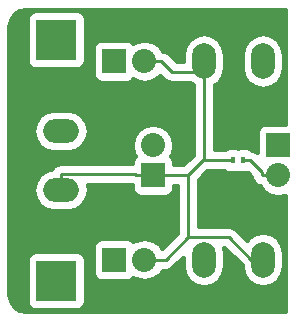
<source format=gtl>
%FSLAX34Y34*%
G04 Gerber Fmt 3.4, Leading zero omitted, Abs format*
G04 (created by PCBNEW (2014-03-19 BZR 4756)-product) date Sun 06 Jul 2014 23:01:42 BST*
%MOIN*%
G01*
G70*
G90*
G04 APERTURE LIST*
%ADD10C,0.005906*%
%ADD11R,0.080000X0.080000*%
%ADD12O,0.080000X0.080000*%
%ADD13O,0.078700X0.118700*%
%ADD14O,0.118700X0.078700*%
%ADD15R,0.015700X0.023600*%
%ADD16R,0.133900X0.133900*%
%ADD17C,0.010000*%
%ADD18C,0.015748*%
G04 APERTURE END LIST*
G54D10*
G54D11*
X55275Y-44303D03*
G54D12*
X55275Y-45303D03*
G54D11*
X49814Y-41496D03*
G54D12*
X50814Y-41496D03*
G54D11*
X49814Y-48110D03*
G54D12*
X50814Y-48110D03*
G54D11*
X51102Y-45303D03*
G54D12*
X51102Y-44303D03*
G54D13*
X52795Y-41496D03*
X54763Y-41496D03*
X54763Y-48110D03*
X52795Y-48110D03*
G54D14*
X48031Y-45787D03*
X48031Y-43819D03*
G54D15*
X54114Y-44803D03*
X53760Y-44803D03*
G54D16*
X47874Y-40787D03*
X47874Y-48818D03*
G54D17*
X54725Y-45185D02*
X54725Y-45303D01*
X54342Y-44803D02*
X54725Y-45185D01*
X54114Y-44803D02*
X54342Y-44803D01*
X55275Y-45303D02*
X54725Y-45303D01*
X54921Y-48110D02*
X54377Y-48110D01*
X50972Y-48110D02*
X51522Y-48110D01*
X53633Y-47366D02*
X52266Y-47366D01*
X54377Y-48110D02*
X53633Y-47366D01*
X52266Y-47366D02*
X51522Y-48110D01*
X53760Y-44803D02*
X53531Y-44803D01*
X50492Y-45243D02*
X48031Y-45243D01*
X50552Y-45303D02*
X50492Y-45243D01*
X48031Y-45787D02*
X48031Y-45243D01*
X51102Y-45303D02*
X50552Y-45303D01*
X51102Y-45303D02*
X51652Y-45303D01*
X52266Y-45303D02*
X51652Y-45303D01*
X52266Y-45303D02*
X52266Y-47366D01*
X52795Y-44803D02*
X52795Y-42239D01*
X53531Y-44803D02*
X52795Y-44803D01*
X52766Y-44803D02*
X52266Y-45303D01*
X52795Y-44803D02*
X52766Y-44803D01*
X52795Y-41496D02*
X52795Y-41867D01*
X52795Y-41867D02*
X52795Y-42239D01*
X51736Y-41867D02*
X51365Y-41496D01*
X52795Y-41867D02*
X51736Y-41867D01*
X50814Y-41496D02*
X51365Y-41496D01*
G54D10*
G36*
X55492Y-49822D02*
X48858Y-49822D01*
X48858Y-49551D01*
X48858Y-49425D01*
X48858Y-48086D01*
X48810Y-47970D01*
X48721Y-47882D01*
X48606Y-47834D01*
X48480Y-47834D01*
X47141Y-47834D01*
X47026Y-47882D01*
X46937Y-47970D01*
X46889Y-48086D01*
X46889Y-48212D01*
X46889Y-49551D01*
X46937Y-49666D01*
X47026Y-49755D01*
X47141Y-49803D01*
X47267Y-49803D01*
X48606Y-49803D01*
X48721Y-49755D01*
X48810Y-49666D01*
X48858Y-49551D01*
X48858Y-49822D01*
X46929Y-49822D01*
X46883Y-49822D01*
X46649Y-49776D01*
X46479Y-49662D01*
X46365Y-49492D01*
X46318Y-49258D01*
X46318Y-40347D01*
X46365Y-40114D01*
X46479Y-39943D01*
X46649Y-39829D01*
X46883Y-39783D01*
X55492Y-39783D01*
X55492Y-43588D01*
X55471Y-43588D01*
X55471Y-41713D01*
X55471Y-41278D01*
X55418Y-41007D01*
X55264Y-40777D01*
X55034Y-40623D01*
X54763Y-40569D01*
X54492Y-40623D01*
X54262Y-40777D01*
X54108Y-41007D01*
X54055Y-41278D01*
X54055Y-41713D01*
X54108Y-41984D01*
X54262Y-42214D01*
X54492Y-42368D01*
X54763Y-42422D01*
X55034Y-42368D01*
X55264Y-42214D01*
X55418Y-41984D01*
X55471Y-41713D01*
X55471Y-43588D01*
X54812Y-43588D01*
X54697Y-43636D01*
X54608Y-43724D01*
X54560Y-43840D01*
X54560Y-43965D01*
X54560Y-44518D01*
X54482Y-44465D01*
X54402Y-44450D01*
X54370Y-44418D01*
X54255Y-44370D01*
X54129Y-44370D01*
X53972Y-44370D01*
X53937Y-44385D01*
X53901Y-44370D01*
X53775Y-44370D01*
X53618Y-44370D01*
X53503Y-44418D01*
X53483Y-44438D01*
X53160Y-44438D01*
X53160Y-42305D01*
X53296Y-42214D01*
X53450Y-41984D01*
X53503Y-41713D01*
X53503Y-41278D01*
X53450Y-41007D01*
X53296Y-40777D01*
X53066Y-40623D01*
X52795Y-40569D01*
X52524Y-40623D01*
X52294Y-40777D01*
X52140Y-41007D01*
X52087Y-41278D01*
X52087Y-41502D01*
X51888Y-41502D01*
X51623Y-41237D01*
X51504Y-41158D01*
X51438Y-41145D01*
X51334Y-40990D01*
X51102Y-40835D01*
X50828Y-40781D01*
X50800Y-40781D01*
X50527Y-40835D01*
X50450Y-40886D01*
X50393Y-40829D01*
X50277Y-40781D01*
X50152Y-40781D01*
X49352Y-40781D01*
X49236Y-40829D01*
X49147Y-40917D01*
X49100Y-41033D01*
X49100Y-41158D01*
X49100Y-41958D01*
X49147Y-42074D01*
X49236Y-42163D01*
X49352Y-42211D01*
X49477Y-42211D01*
X50277Y-42211D01*
X50393Y-42163D01*
X50450Y-42105D01*
X50527Y-42156D01*
X50800Y-42211D01*
X50828Y-42211D01*
X51102Y-42156D01*
X51334Y-42001D01*
X51342Y-41989D01*
X51478Y-42125D01*
X51597Y-42205D01*
X51597Y-42205D01*
X51736Y-42232D01*
X52321Y-42232D01*
X52430Y-42305D01*
X52430Y-44622D01*
X52115Y-44938D01*
X51817Y-44938D01*
X51817Y-44840D01*
X51769Y-44724D01*
X51711Y-44667D01*
X51762Y-44590D01*
X51817Y-44317D01*
X51817Y-44289D01*
X51762Y-44015D01*
X51607Y-43783D01*
X51375Y-43628D01*
X51102Y-43574D01*
X50828Y-43628D01*
X50596Y-43783D01*
X50441Y-44015D01*
X50387Y-44289D01*
X50387Y-44317D01*
X50441Y-44590D01*
X50492Y-44667D01*
X50435Y-44724D01*
X50387Y-44840D01*
X50387Y-44878D01*
X48957Y-44878D01*
X48957Y-43819D01*
X48903Y-43548D01*
X48858Y-43480D01*
X48858Y-41519D01*
X48858Y-41394D01*
X48858Y-40055D01*
X48810Y-39939D01*
X48721Y-39850D01*
X48606Y-39802D01*
X48480Y-39802D01*
X47141Y-39802D01*
X47026Y-39850D01*
X46937Y-39939D01*
X46889Y-40055D01*
X46889Y-40180D01*
X46889Y-41519D01*
X46937Y-41635D01*
X47026Y-41723D01*
X47141Y-41771D01*
X47267Y-41771D01*
X48606Y-41771D01*
X48721Y-41723D01*
X48810Y-41635D01*
X48858Y-41519D01*
X48858Y-43480D01*
X48750Y-43318D01*
X48520Y-43164D01*
X48249Y-43110D01*
X47813Y-43110D01*
X47542Y-43164D01*
X47312Y-43318D01*
X47159Y-43548D01*
X47105Y-43819D01*
X47159Y-44090D01*
X47312Y-44320D01*
X47542Y-44473D01*
X47813Y-44527D01*
X48249Y-44527D01*
X48520Y-44473D01*
X48750Y-44320D01*
X48903Y-44090D01*
X48957Y-43819D01*
X48957Y-44878D01*
X48031Y-44878D01*
X47891Y-44906D01*
X47773Y-44985D01*
X47695Y-45102D01*
X47542Y-45132D01*
X47312Y-45286D01*
X47159Y-45516D01*
X47105Y-45787D01*
X47159Y-46058D01*
X47312Y-46288D01*
X47542Y-46441D01*
X47813Y-46495D01*
X48249Y-46495D01*
X48520Y-46441D01*
X48750Y-46288D01*
X48903Y-46058D01*
X48957Y-45787D01*
X48922Y-45608D01*
X50364Y-45608D01*
X50387Y-45623D01*
X50387Y-45765D01*
X50435Y-45881D01*
X50523Y-45970D01*
X50639Y-46018D01*
X50765Y-46018D01*
X51565Y-46018D01*
X51680Y-45970D01*
X51769Y-45881D01*
X51817Y-45765D01*
X51817Y-45668D01*
X51901Y-45668D01*
X51901Y-47215D01*
X51405Y-47711D01*
X51334Y-47604D01*
X51102Y-47449D01*
X50828Y-47395D01*
X50800Y-47395D01*
X50527Y-47449D01*
X50450Y-47500D01*
X50393Y-47443D01*
X50277Y-47395D01*
X50152Y-47395D01*
X49352Y-47395D01*
X49236Y-47443D01*
X49147Y-47531D01*
X49100Y-47647D01*
X49100Y-47772D01*
X49100Y-48572D01*
X49147Y-48688D01*
X49236Y-48777D01*
X49352Y-48825D01*
X49477Y-48825D01*
X50277Y-48825D01*
X50393Y-48777D01*
X50450Y-48719D01*
X50527Y-48770D01*
X50800Y-48825D01*
X50828Y-48825D01*
X51102Y-48770D01*
X51334Y-48615D01*
X51428Y-48475D01*
X51522Y-48475D01*
X51662Y-48447D01*
X51662Y-48447D01*
X51780Y-48368D01*
X52087Y-48061D01*
X52087Y-48328D01*
X52140Y-48599D01*
X52294Y-48828D01*
X52524Y-48982D01*
X52795Y-49036D01*
X53066Y-48982D01*
X53296Y-48828D01*
X53450Y-48599D01*
X53503Y-48328D01*
X53503Y-47892D01*
X53471Y-47731D01*
X53482Y-47731D01*
X54055Y-48304D01*
X54055Y-48328D01*
X54108Y-48599D01*
X54262Y-48828D01*
X54492Y-48982D01*
X54763Y-49036D01*
X55034Y-48982D01*
X55264Y-48828D01*
X55418Y-48599D01*
X55471Y-48328D01*
X55471Y-47892D01*
X55418Y-47621D01*
X55264Y-47391D01*
X55034Y-47237D01*
X54763Y-47183D01*
X54492Y-47237D01*
X54262Y-47391D01*
X54227Y-47444D01*
X53891Y-47108D01*
X53773Y-47029D01*
X53633Y-47001D01*
X52631Y-47001D01*
X52631Y-45454D01*
X52917Y-45168D01*
X53483Y-45168D01*
X53503Y-45188D01*
X53618Y-45236D01*
X53744Y-45236D01*
X53901Y-45236D01*
X53937Y-45221D01*
X53972Y-45236D01*
X54098Y-45236D01*
X54255Y-45236D01*
X54258Y-45234D01*
X54368Y-45345D01*
X54388Y-45442D01*
X54467Y-45561D01*
X54585Y-45640D01*
X54657Y-45654D01*
X54770Y-45822D01*
X55001Y-45977D01*
X55275Y-46032D01*
X55492Y-45989D01*
X55492Y-49822D01*
X55492Y-49822D01*
G37*
G54D18*
X55492Y-49822D02*
X48858Y-49822D01*
X48858Y-49551D01*
X48858Y-49425D01*
X48858Y-48086D01*
X48810Y-47970D01*
X48721Y-47882D01*
X48606Y-47834D01*
X48480Y-47834D01*
X47141Y-47834D01*
X47026Y-47882D01*
X46937Y-47970D01*
X46889Y-48086D01*
X46889Y-48212D01*
X46889Y-49551D01*
X46937Y-49666D01*
X47026Y-49755D01*
X47141Y-49803D01*
X47267Y-49803D01*
X48606Y-49803D01*
X48721Y-49755D01*
X48810Y-49666D01*
X48858Y-49551D01*
X48858Y-49822D01*
X46929Y-49822D01*
X46883Y-49822D01*
X46649Y-49776D01*
X46479Y-49662D01*
X46365Y-49492D01*
X46318Y-49258D01*
X46318Y-40347D01*
X46365Y-40114D01*
X46479Y-39943D01*
X46649Y-39829D01*
X46883Y-39783D01*
X55492Y-39783D01*
X55492Y-43588D01*
X55471Y-43588D01*
X55471Y-41713D01*
X55471Y-41278D01*
X55418Y-41007D01*
X55264Y-40777D01*
X55034Y-40623D01*
X54763Y-40569D01*
X54492Y-40623D01*
X54262Y-40777D01*
X54108Y-41007D01*
X54055Y-41278D01*
X54055Y-41713D01*
X54108Y-41984D01*
X54262Y-42214D01*
X54492Y-42368D01*
X54763Y-42422D01*
X55034Y-42368D01*
X55264Y-42214D01*
X55418Y-41984D01*
X55471Y-41713D01*
X55471Y-43588D01*
X54812Y-43588D01*
X54697Y-43636D01*
X54608Y-43724D01*
X54560Y-43840D01*
X54560Y-43965D01*
X54560Y-44518D01*
X54482Y-44465D01*
X54402Y-44450D01*
X54370Y-44418D01*
X54255Y-44370D01*
X54129Y-44370D01*
X53972Y-44370D01*
X53937Y-44385D01*
X53901Y-44370D01*
X53775Y-44370D01*
X53618Y-44370D01*
X53503Y-44418D01*
X53483Y-44438D01*
X53160Y-44438D01*
X53160Y-42305D01*
X53296Y-42214D01*
X53450Y-41984D01*
X53503Y-41713D01*
X53503Y-41278D01*
X53450Y-41007D01*
X53296Y-40777D01*
X53066Y-40623D01*
X52795Y-40569D01*
X52524Y-40623D01*
X52294Y-40777D01*
X52140Y-41007D01*
X52087Y-41278D01*
X52087Y-41502D01*
X51888Y-41502D01*
X51623Y-41237D01*
X51504Y-41158D01*
X51438Y-41145D01*
X51334Y-40990D01*
X51102Y-40835D01*
X50828Y-40781D01*
X50800Y-40781D01*
X50527Y-40835D01*
X50450Y-40886D01*
X50393Y-40829D01*
X50277Y-40781D01*
X50152Y-40781D01*
X49352Y-40781D01*
X49236Y-40829D01*
X49147Y-40917D01*
X49100Y-41033D01*
X49100Y-41158D01*
X49100Y-41958D01*
X49147Y-42074D01*
X49236Y-42163D01*
X49352Y-42211D01*
X49477Y-42211D01*
X50277Y-42211D01*
X50393Y-42163D01*
X50450Y-42105D01*
X50527Y-42156D01*
X50800Y-42211D01*
X50828Y-42211D01*
X51102Y-42156D01*
X51334Y-42001D01*
X51342Y-41989D01*
X51478Y-42125D01*
X51597Y-42205D01*
X51597Y-42205D01*
X51736Y-42232D01*
X52321Y-42232D01*
X52430Y-42305D01*
X52430Y-44622D01*
X52115Y-44938D01*
X51817Y-44938D01*
X51817Y-44840D01*
X51769Y-44724D01*
X51711Y-44667D01*
X51762Y-44590D01*
X51817Y-44317D01*
X51817Y-44289D01*
X51762Y-44015D01*
X51607Y-43783D01*
X51375Y-43628D01*
X51102Y-43574D01*
X50828Y-43628D01*
X50596Y-43783D01*
X50441Y-44015D01*
X50387Y-44289D01*
X50387Y-44317D01*
X50441Y-44590D01*
X50492Y-44667D01*
X50435Y-44724D01*
X50387Y-44840D01*
X50387Y-44878D01*
X48957Y-44878D01*
X48957Y-43819D01*
X48903Y-43548D01*
X48858Y-43480D01*
X48858Y-41519D01*
X48858Y-41394D01*
X48858Y-40055D01*
X48810Y-39939D01*
X48721Y-39850D01*
X48606Y-39802D01*
X48480Y-39802D01*
X47141Y-39802D01*
X47026Y-39850D01*
X46937Y-39939D01*
X46889Y-40055D01*
X46889Y-40180D01*
X46889Y-41519D01*
X46937Y-41635D01*
X47026Y-41723D01*
X47141Y-41771D01*
X47267Y-41771D01*
X48606Y-41771D01*
X48721Y-41723D01*
X48810Y-41635D01*
X48858Y-41519D01*
X48858Y-43480D01*
X48750Y-43318D01*
X48520Y-43164D01*
X48249Y-43110D01*
X47813Y-43110D01*
X47542Y-43164D01*
X47312Y-43318D01*
X47159Y-43548D01*
X47105Y-43819D01*
X47159Y-44090D01*
X47312Y-44320D01*
X47542Y-44473D01*
X47813Y-44527D01*
X48249Y-44527D01*
X48520Y-44473D01*
X48750Y-44320D01*
X48903Y-44090D01*
X48957Y-43819D01*
X48957Y-44878D01*
X48031Y-44878D01*
X47891Y-44906D01*
X47773Y-44985D01*
X47695Y-45102D01*
X47542Y-45132D01*
X47312Y-45286D01*
X47159Y-45516D01*
X47105Y-45787D01*
X47159Y-46058D01*
X47312Y-46288D01*
X47542Y-46441D01*
X47813Y-46495D01*
X48249Y-46495D01*
X48520Y-46441D01*
X48750Y-46288D01*
X48903Y-46058D01*
X48957Y-45787D01*
X48922Y-45608D01*
X50364Y-45608D01*
X50387Y-45623D01*
X50387Y-45765D01*
X50435Y-45881D01*
X50523Y-45970D01*
X50639Y-46018D01*
X50765Y-46018D01*
X51565Y-46018D01*
X51680Y-45970D01*
X51769Y-45881D01*
X51817Y-45765D01*
X51817Y-45668D01*
X51901Y-45668D01*
X51901Y-47215D01*
X51405Y-47711D01*
X51334Y-47604D01*
X51102Y-47449D01*
X50828Y-47395D01*
X50800Y-47395D01*
X50527Y-47449D01*
X50450Y-47500D01*
X50393Y-47443D01*
X50277Y-47395D01*
X50152Y-47395D01*
X49352Y-47395D01*
X49236Y-47443D01*
X49147Y-47531D01*
X49100Y-47647D01*
X49100Y-47772D01*
X49100Y-48572D01*
X49147Y-48688D01*
X49236Y-48777D01*
X49352Y-48825D01*
X49477Y-48825D01*
X50277Y-48825D01*
X50393Y-48777D01*
X50450Y-48719D01*
X50527Y-48770D01*
X50800Y-48825D01*
X50828Y-48825D01*
X51102Y-48770D01*
X51334Y-48615D01*
X51428Y-48475D01*
X51522Y-48475D01*
X51662Y-48447D01*
X51662Y-48447D01*
X51780Y-48368D01*
X52087Y-48061D01*
X52087Y-48328D01*
X52140Y-48599D01*
X52294Y-48828D01*
X52524Y-48982D01*
X52795Y-49036D01*
X53066Y-48982D01*
X53296Y-48828D01*
X53450Y-48599D01*
X53503Y-48328D01*
X53503Y-47892D01*
X53471Y-47731D01*
X53482Y-47731D01*
X54055Y-48304D01*
X54055Y-48328D01*
X54108Y-48599D01*
X54262Y-48828D01*
X54492Y-48982D01*
X54763Y-49036D01*
X55034Y-48982D01*
X55264Y-48828D01*
X55418Y-48599D01*
X55471Y-48328D01*
X55471Y-47892D01*
X55418Y-47621D01*
X55264Y-47391D01*
X55034Y-47237D01*
X54763Y-47183D01*
X54492Y-47237D01*
X54262Y-47391D01*
X54227Y-47444D01*
X53891Y-47108D01*
X53773Y-47029D01*
X53633Y-47001D01*
X52631Y-47001D01*
X52631Y-45454D01*
X52917Y-45168D01*
X53483Y-45168D01*
X53503Y-45188D01*
X53618Y-45236D01*
X53744Y-45236D01*
X53901Y-45236D01*
X53937Y-45221D01*
X53972Y-45236D01*
X54098Y-45236D01*
X54255Y-45236D01*
X54258Y-45234D01*
X54368Y-45345D01*
X54388Y-45442D01*
X54467Y-45561D01*
X54585Y-45640D01*
X54657Y-45654D01*
X54770Y-45822D01*
X55001Y-45977D01*
X55275Y-46032D01*
X55492Y-45989D01*
X55492Y-49822D01*
M02*

</source>
